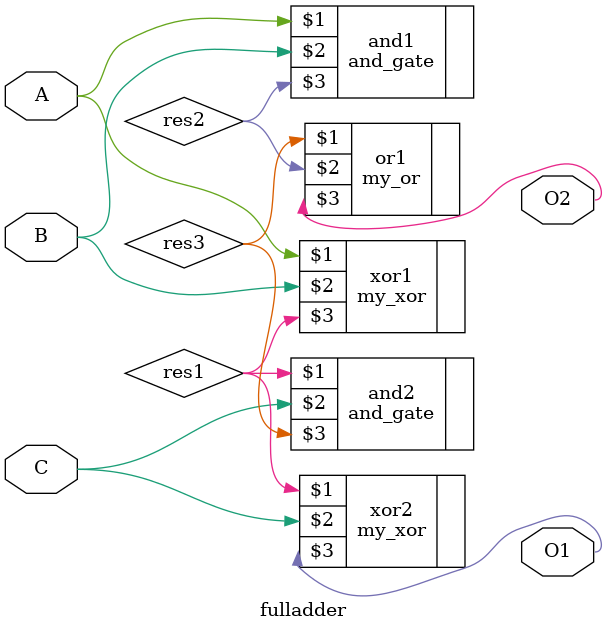
<source format=v>
`timescale 1ns / 1ps

module fulladder(
    input A,
    input B,
    input C,
    output O1,
    output O2
    );
wire res1, res2, res3;
my_xor xor1(A, B, res1);
my_xor xor2(res1, C, O1);
and_gate and1(A, B, res2);
and_gate and2(res1, C, res3);
my_or or1(res3, res2, O2);
endmodule

</source>
